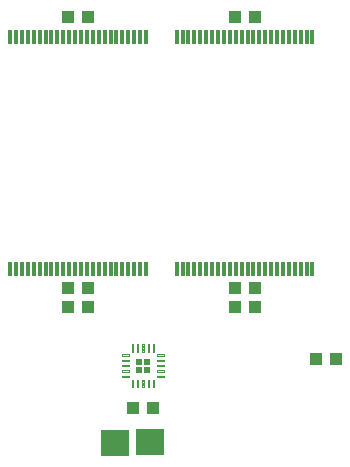
<source format=gtp>
G04 EAGLE Gerber X2 export*
G75*
%MOMM*%
%FSLAX34Y34*%
%LPD*%
%AMOC8*
5,1,8,0,0,1.08239X$1,22.5*%
G01*
%ADD10R,1.100000X1.000000*%
%ADD11R,0.300000X1.250000*%
%ADD12R,1.000000X1.100000*%
%ADD13R,0.549875X0.549875*%
%ADD14R,0.551169X0.551169*%
%ADD15R,0.549866X0.551119*%
%ADD16R,0.550306X0.549963*%
%ADD17C,0.120000*%
%ADD18R,2.489200X2.235200*%


D10*
X233043Y187625D03*
X250043Y187625D03*
X232973Y417416D03*
X249973Y417416D03*
X91945Y417416D03*
X108945Y417416D03*
X92000Y187625D03*
X109000Y187625D03*
X163803Y86836D03*
X146803Y86836D03*
D11*
X42956Y204240D03*
X47956Y204240D03*
X52956Y204240D03*
X57956Y204240D03*
X62956Y204240D03*
X67956Y204240D03*
X72956Y204240D03*
X77956Y204240D03*
X82956Y204240D03*
X87956Y204240D03*
X92956Y204240D03*
X97956Y204240D03*
X102956Y204240D03*
X107956Y204240D03*
X112956Y204240D03*
X117956Y204240D03*
X122956Y204240D03*
X127956Y204240D03*
X132956Y204240D03*
X137956Y204240D03*
X142956Y204240D03*
X147956Y204240D03*
X152956Y204240D03*
X157956Y204240D03*
X157956Y400740D03*
X152956Y400740D03*
X147956Y400740D03*
X142956Y400740D03*
X137956Y400740D03*
X132956Y400740D03*
X127956Y400740D03*
X122956Y400740D03*
X117956Y400740D03*
X112956Y400740D03*
X107956Y400740D03*
X102956Y400740D03*
X97956Y400740D03*
X92956Y400740D03*
X87956Y400740D03*
X82956Y400740D03*
X77956Y400740D03*
X72956Y400740D03*
X67956Y400740D03*
X62956Y400740D03*
X57956Y400740D03*
X52956Y400740D03*
X47956Y400740D03*
X42956Y400740D03*
X183956Y204240D03*
X188956Y204240D03*
X193956Y204240D03*
X198956Y204240D03*
X203956Y204240D03*
X208956Y204240D03*
X213956Y204240D03*
X218956Y204240D03*
X223956Y204240D03*
X228956Y204240D03*
X233956Y204240D03*
X238956Y204240D03*
X243956Y204240D03*
X248956Y204240D03*
X253956Y204240D03*
X258956Y204240D03*
X263956Y204240D03*
X268956Y204240D03*
X273956Y204240D03*
X278956Y204240D03*
X283956Y204240D03*
X288956Y204240D03*
X293956Y204240D03*
X298956Y204240D03*
X298956Y400740D03*
X293956Y400740D03*
X288956Y400740D03*
X283956Y400740D03*
X278956Y400740D03*
X273956Y400740D03*
X268956Y400740D03*
X263956Y400740D03*
X258956Y400740D03*
X253956Y400740D03*
X248956Y400740D03*
X243956Y400740D03*
X238956Y400740D03*
X233956Y400740D03*
X228956Y400740D03*
X223956Y400740D03*
X218956Y400740D03*
X213956Y400740D03*
X208956Y400740D03*
X203956Y400740D03*
X198956Y400740D03*
X193956Y400740D03*
X188956Y400740D03*
X183956Y400740D03*
D12*
X250029Y172035D03*
X233029Y172035D03*
X302101Y128035D03*
X319101Y128035D03*
D13*
X158892Y125756D03*
D14*
X151885Y118749D03*
D15*
X151886Y125756D03*
D16*
X158891Y118753D03*
D17*
X143441Y130655D02*
X137441Y130655D01*
X137441Y131855D01*
X143441Y131855D01*
X143441Y130655D01*
X143441Y131854D02*
X137441Y131854D01*
X137441Y126155D02*
X143441Y126155D01*
X137441Y126155D02*
X137441Y127355D01*
X143441Y127355D01*
X143441Y126155D01*
X143441Y127354D02*
X137441Y127354D01*
X137441Y121655D02*
X143441Y121655D01*
X137441Y121655D02*
X137441Y122855D01*
X143441Y122855D01*
X143441Y121655D01*
X143441Y122854D02*
X137441Y122854D01*
X137441Y117155D02*
X143441Y117155D01*
X137441Y117155D02*
X137441Y118355D01*
X143441Y118355D01*
X143441Y117155D01*
X143441Y118354D02*
X137441Y118354D01*
X137441Y112655D02*
X143441Y112655D01*
X137441Y112655D02*
X137441Y113855D01*
X143441Y113855D01*
X143441Y112655D01*
X143441Y113854D02*
X137441Y113854D01*
X146991Y110305D02*
X146991Y104305D01*
X145791Y104305D01*
X145791Y110305D01*
X146991Y110305D01*
X146991Y105504D02*
X145791Y105504D01*
X145791Y106703D02*
X146991Y106703D01*
X146991Y107902D02*
X145791Y107902D01*
X145791Y109101D02*
X146991Y109101D01*
X146991Y110300D02*
X145791Y110300D01*
X151491Y110305D02*
X151491Y104305D01*
X150291Y104305D01*
X150291Y110305D01*
X151491Y110305D01*
X151491Y105504D02*
X150291Y105504D01*
X150291Y106703D02*
X151491Y106703D01*
X151491Y107902D02*
X150291Y107902D01*
X150291Y109101D02*
X151491Y109101D01*
X151491Y110300D02*
X150291Y110300D01*
X155991Y110305D02*
X155991Y104305D01*
X154791Y104305D01*
X154791Y110305D01*
X155991Y110305D01*
X155991Y105504D02*
X154791Y105504D01*
X154791Y106703D02*
X155991Y106703D01*
X155991Y107902D02*
X154791Y107902D01*
X154791Y109101D02*
X155991Y109101D01*
X155991Y110300D02*
X154791Y110300D01*
X160491Y110305D02*
X160491Y104305D01*
X159291Y104305D01*
X159291Y110305D01*
X160491Y110305D01*
X160491Y105504D02*
X159291Y105504D01*
X159291Y106703D02*
X160491Y106703D01*
X160491Y107902D02*
X159291Y107902D01*
X159291Y109101D02*
X160491Y109101D01*
X160491Y110300D02*
X159291Y110300D01*
X164991Y110305D02*
X164991Y104305D01*
X163791Y104305D01*
X163791Y110305D01*
X164991Y110305D01*
X164991Y105504D02*
X163791Y105504D01*
X163791Y106703D02*
X164991Y106703D01*
X164991Y107902D02*
X163791Y107902D01*
X163791Y109101D02*
X164991Y109101D01*
X164991Y110300D02*
X163791Y110300D01*
X167341Y113855D02*
X173341Y113855D01*
X173341Y112655D01*
X167341Y112655D01*
X167341Y113855D01*
X167341Y113854D02*
X173341Y113854D01*
X173341Y118355D02*
X167341Y118355D01*
X173341Y118355D02*
X173341Y117155D01*
X167341Y117155D01*
X167341Y118355D01*
X167341Y118354D02*
X173341Y118354D01*
X173341Y122855D02*
X167341Y122855D01*
X173341Y122855D02*
X173341Y121655D01*
X167341Y121655D01*
X167341Y122855D01*
X167341Y122854D02*
X173341Y122854D01*
X173341Y127355D02*
X167341Y127355D01*
X173341Y127355D02*
X173341Y126155D01*
X167341Y126155D01*
X167341Y127355D01*
X167341Y127354D02*
X173341Y127354D01*
X173341Y131855D02*
X167341Y131855D01*
X173341Y131855D02*
X173341Y130655D01*
X167341Y130655D01*
X167341Y131855D01*
X167341Y131854D02*
X173341Y131854D01*
X163791Y134205D02*
X163791Y140205D01*
X164991Y140205D01*
X164991Y134205D01*
X163791Y134205D01*
X163791Y135404D02*
X164991Y135404D01*
X164991Y136603D02*
X163791Y136603D01*
X163791Y137802D02*
X164991Y137802D01*
X164991Y139001D02*
X163791Y139001D01*
X163791Y140200D02*
X164991Y140200D01*
X159291Y140205D02*
X159291Y134205D01*
X159291Y140205D02*
X160491Y140205D01*
X160491Y134205D01*
X159291Y134205D01*
X159291Y135404D02*
X160491Y135404D01*
X160491Y136603D02*
X159291Y136603D01*
X159291Y137802D02*
X160491Y137802D01*
X160491Y139001D02*
X159291Y139001D01*
X159291Y140200D02*
X160491Y140200D01*
X154791Y140205D02*
X154791Y134205D01*
X154791Y140205D02*
X155991Y140205D01*
X155991Y134205D01*
X154791Y134205D01*
X154791Y135404D02*
X155991Y135404D01*
X155991Y136603D02*
X154791Y136603D01*
X154791Y137802D02*
X155991Y137802D01*
X155991Y139001D02*
X154791Y139001D01*
X154791Y140200D02*
X155991Y140200D01*
X150291Y140205D02*
X150291Y134205D01*
X150291Y140205D02*
X151491Y140205D01*
X151491Y134205D01*
X150291Y134205D01*
X150291Y135404D02*
X151491Y135404D01*
X151491Y136603D02*
X150291Y136603D01*
X150291Y137802D02*
X151491Y137802D01*
X151491Y139001D02*
X150291Y139001D01*
X150291Y140200D02*
X151491Y140200D01*
X145791Y140205D02*
X145791Y134205D01*
X145791Y140205D02*
X146991Y140205D01*
X146991Y134205D01*
X145791Y134205D01*
X145791Y135404D02*
X146991Y135404D01*
X146991Y136603D02*
X145791Y136603D01*
X145791Y137802D02*
X146991Y137802D01*
X146991Y139001D02*
X145791Y139001D01*
X145791Y140200D02*
X146991Y140200D01*
D12*
X109111Y172035D03*
X92111Y172035D03*
D18*
X131497Y57075D03*
X161593Y57675D03*
M02*

</source>
